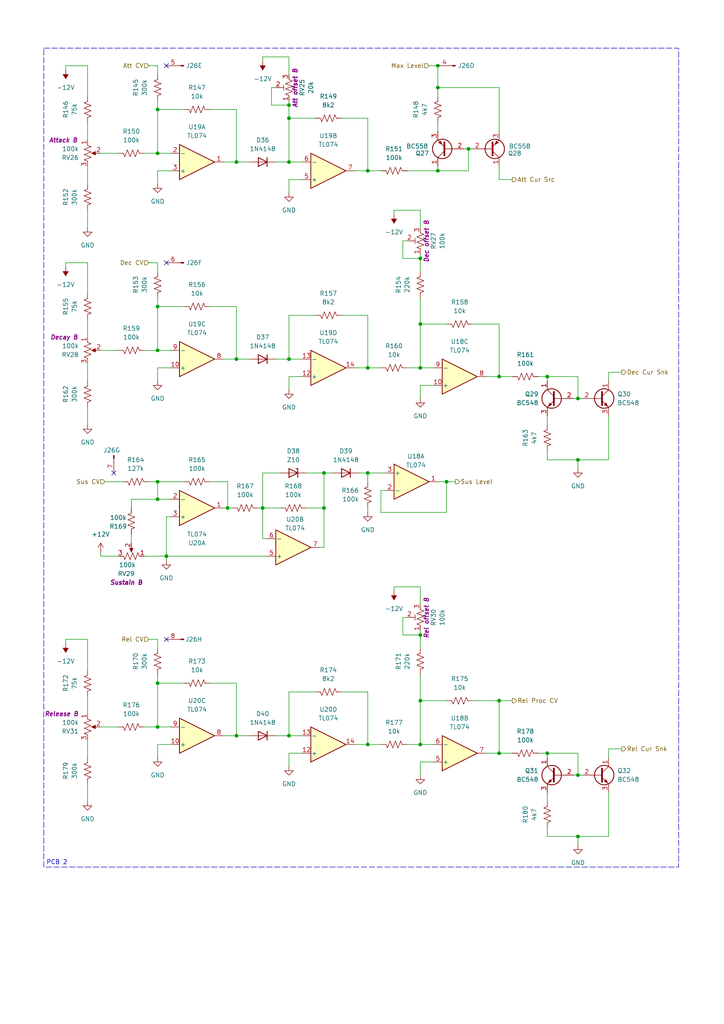
<source format=kicad_sch>
(kicad_sch (version 20250114) (generator "eeschema") (generator_version "9.0")
  (paper "A4" portrait)
  (title_block (comment 1 "PCB for 15cm Kosmo format synthesizer module"))
  (lib_symbols
    (symbol "Amplifier_Operational:TL074" (pin_names (offset 0.127))
      (property "Reference" "U" (at 0 5.08 0))
      (property "Value" "TL074" (at 0 -5.08 0))
      (symbol "TL074_1_1"
        (pin input line (at -7.62 2.54 0) (length 2.54) (name "+") (number "3"))
        (pin input line (at -7.62 -2.54 0) (length 2.54) (name "-") (number "2"))
        (pin output line (at 7.62 0 180) (length 2.54) (name "~") (number "1"))
      )
      (symbol "TL074_2_1"
        (pin input line (at -7.62 2.54 0) (length 2.54) (name "+") (number "5"))
        (pin input line (at -7.62 -2.54 0) (length 2.54) (name "-") (number "6"))
        (pin output line (at 7.62 0 180) (length 2.54) (name "~") (number "7"))
      )
      (symbol "TL074_3_1"
        (pin input line (at -7.62 2.54 0) (length 2.54) (name "+") (number "10"))
        (pin input line (at -7.62 -2.54 0) (length 2.54) (name "-") (number "9"))
        (pin output line (at 7.62 0 180) (length 2.54) (name "~") (number "8"))
      )
      (symbol "TL074_4_1"
        (pin input line (at -7.62 2.54 0) (length 2.54) (name "+") (number "12"))
        (pin input line (at -7.62 -2.54 0) (length 2.54) (name "-") (number "13"))
        (pin output line (at 7.62 0 180) (length 2.54) (name "~") (number "14"))
      )
      (symbol "TL074_5_1"
        (pin power_in line (at -2.54 7.62 270) (length 3.81) (name "V+") (number "4"))
        (pin power_in line (at -2.54 -7.62 90) (length 3.81) (name "V-") (number "11"))
      )
    )
    (symbol "Device:R_Potentiometer_Trim_US" (pin_names (offset 1.016) (hide yes))
      (property "Reference" "RV" (at -4.445 0 90))
      (property "Value" "R_Potentiometer_Trim_US" (at -2.54 0 90))
      (symbol "R_Potentiometer_Trim_US_1_1"
        (pin passive line (at 0 3.81 270) (length 1.27) (name "1") (number "1"))
        (pin passive line (at 0 -3.81 90) (length 1.27) (name "3") (number "3"))
        (pin passive line (at 3.81 0 180) (length 1.27) (name "2") (number "2"))
      )
    )
    (symbol "Device:R_Potentiometer_US" (pin_names (offset 1.016) (hide yes))
      (property "Reference" "RV" (at -4.445 0 90))
      (property "Value" "R_Potentiometer_US" (at -2.54 0 90))
      (symbol "R_Potentiometer_US_1_1"
        (pin passive line (at 0 3.81 270) (length 1.27) (name "1") (number "1"))
        (pin passive line (at 0 -3.81 90) (length 1.27) (name "3") (number "3"))
        (pin passive line (at 3.81 0 180) (length 1.27) (name "2") (number "2"))
      )
    )
    (symbol "Device:R_US" (pin_numbers (hide yes)) (pin_names (offset 0))
      (property "Reference" "R" (at 2.54 0 90))
      (property "Value" "R_US" (at -2.54 0 90))
      (symbol "R_US_1_1"
        (pin passive line (at 0 3.81 270) (length 1.27) (name "~") (number "1"))
        (pin passive line (at 0 -3.81 90) (length 1.27) (name "~") (number "2"))
      )
    )
    (symbol "Diode:1N4148" (pin_numbers (hide yes)) (pin_names (hide yes))
      (property "Reference" "D" (at 0 2.54 0))
      (property "Value" "1N4148" (at 0 -2.54 0))
      (symbol "1N4148_1_1"
        (pin passive line (at -3.81 0 0) (length 2.54) (name "K") (number "1"))
        (pin passive line (at 3.81 0 180) (length 2.54) (name "A") (number "2"))
      )
    )
    (symbol "Diode:ZPDxx" (pin_numbers (hide yes)) (pin_names (hide yes))
      (property "Reference" "D" (at 0 2.54 0))
      (property "Value" "ZPDxx" (at 0 -2.54 0))
      (symbol "ZPDxx_1_1"
        (pin passive line (at -3.81 0 0) (length 2.54) (name "K") (number "1"))
        (pin passive line (at 3.81 0 180) (length 2.54) (name "A") (number "2"))
      )
    )
    (symbol "SynthStuff:Conn_01x10_PinHeader" (pin_names (offset 1.016) (hide yes))
      (property "Reference" "J" (at 0 2.54 0))
      (symbol "Conn_01x10_PinHeader_1_1"
        (pin passive line (at 5.08 0 180) (length 3.81) (name "Pin_1") (number "1"))
      )
      (symbol "Conn_01x10_PinHeader_2_1"
        (pin passive line (at 5.08 0 180) (length 3.81) (name "Pin_2") (number "2"))
      )
      (symbol "Conn_01x10_PinHeader_3_1"
        (pin passive line (at 5.08 0 180) (length 3.81) (name "Pin_3") (number "3"))
      )
      (symbol "Conn_01x10_PinHeader_4_1"
        (pin passive line (at 5.08 0 180) (length 3.81) (name "Pin_4") (number "4"))
      )
      (symbol "Conn_01x10_PinHeader_5_1"
        (pin passive line (at 5.08 0 180) (length 3.81) (name "Pin_5") (number "5"))
      )
      (symbol "Conn_01x10_PinHeader_6_1"
        (pin passive line (at 5.08 0 180) (length 3.81) (name "Pin_6") (number "6"))
      )
      (symbol "Conn_01x10_PinHeader_7_1"
        (pin passive line (at 5.08 0 180) (length 3.81) (name "Pin_7") (number "7"))
      )
      (symbol "Conn_01x10_PinHeader_8_1"
        (pin passive line (at 5.08 0 180) (length 3.81) (name "Pin_8") (number "8"))
      )
      (symbol "Conn_01x10_PinHeader_9_1"
        (pin passive line (at 5.08 0 180) (length 3.81) (name "Pin_9") (number "9"))
      )
      (symbol "Conn_01x10_PinHeader_10_1"
        (pin passive line (at 5.08 0 180) (length 3.81) (name "Pin_10") (number "10"))
      )
    )
    (symbol "Transistor_BJT:BC548" (pin_names (offset 0) (hide yes))
      (property "Reference" "Q" (at 5.08 1.905 0))
      (property "Value" "BC548" (at 5.08 0 0))
      (symbol "BC548_1_1"
        (pin input line (at -5.08 0 0) (length 2.54) (name "B") (number "2"))
        (pin passive line (at 2.54 5.08 270) (length 2.54) (name "C") (number "1"))
        (pin passive line (at 2.54 -5.08 90) (length 2.54) (name "E") (number "3"))
      )
    )
    (symbol "Transistor_BJT:BC558" (pin_names (offset 0) (hide yes))
      (property "Reference" "Q" (at 5.08 1.905 0))
      (property "Value" "BC558" (at 5.08 0 0))
      (symbol "BC558_1_1"
        (pin input line (at -5.08 0 0) (length 2.54) (name "B") (number "2"))
        (pin passive line (at 2.54 5.08 270) (length 2.54) (name "C") (number "1"))
        (pin passive line (at 2.54 -5.08 90) (length 2.54) (name "E") (number "3"))
      )
    )
    (symbol "power:+12V" (power) (pin_numbers (hide yes)) (pin_names (offset 0) (hide yes))
      (property "Value" "+12V" (at 0 3.556 0))
      (symbol "+12V_1_1"
        (pin power_in line (at 0 0 90) (length 0) (name "~") (number "1"))
      )
    )
    (symbol "power:-12V" (power) (pin_numbers (hide yes)) (pin_names (offset 0) (hide yes))
      (property "Value" "-12V" (at 0 3.556 0))
      (symbol "-12V_0_0"
        (pin power_in line (at 0 0 90) (length 0) (name "~") (number "1"))
      )
    )
    (symbol "power:GND" (power) (pin_numbers (hide yes)) (pin_names (offset 0) (hide yes))
      (property "Value" "GND" (at 0 -3.81 0))
      (symbol "GND_1_1"
        (pin power_in line (at 0 0 270) (length 0) (name "~") (number "1"))
      )
    )
  )
  (rectangle (start 12.7 13.97) (end 196.85 251.46) (stroke (width 0) (type dash)))
  (text "PCB 2" (at 16.51 250.19 0) (effects (font (size 1.27 1.27))))
  (junction (at 167.64 242.57))
  (junction (at 144.78 109.22))
  (junction (at 93.98 137.16))
  (junction (at 127 19.05))
  (junction (at 76.2 147.32))
  (junction (at 68.58 213.36))
  (junction (at 45.72 44.45))
  (junction (at 135.89 43.18))
  (junction (at 68.58 46.99))
  (junction (at 121.92 74.93))
  (junction (at 121.92 215.9))
  (junction (at 83.82 30.48))
  (junction (at 158.75 109.22))
  (junction (at 48.26 161.29))
  (junction (at 45.72 144.78))
  (junction (at 106.68 137.16))
  (junction (at 121.92 93.98))
  (junction (at 93.98 147.32))
  (junction (at 106.68 106.68))
  (junction (at 45.72 101.6))
  (junction (at 121.92 106.68))
  (junction (at 68.58 104.14))
  (junction (at 45.72 210.82))
  (junction (at 45.72 88.9))
  (junction (at 144.78 203.2))
  (junction (at 127 49.53))
  (junction (at 129.54 139.7))
  (junction (at 167.64 224.79))
  (junction (at 106.68 215.9))
  (junction (at 83.82 46.99))
  (junction (at 158.75 218.44))
  (junction (at 45.72 198.12))
  (junction (at 121.92 184.15))
  (junction (at 144.78 218.44))
  (junction (at 83.82 34.29))
  (junction (at 66.04 147.32))
  (junction (at 121.92 203.2))
  (junction (at 106.68 49.53))
  (junction (at 127 25.4))
  (junction (at 45.72 139.7))
  (junction (at 45.72 31.75))
  (junction (at 167.64 133.35))
  (junction (at 167.64 115.57))
  (junction (at 83.82 104.14))
  (junction (at 83.82 213.36))
  (no_connect (at 48.26 185.42))
  (no_connect (at 48.26 76.2))
  (no_connect (at 33.02 137.16))
  (no_connect (at 48.26 19.05))
  (wire (pts (xy 25.4 92.71) (xy 25.4 97.79)))
  (wire (pts (xy 45.72 185.42) (xy 45.72 187.96)))
  (wire (pts (xy 64.77 104.14) (xy 68.58 104.14)))
  (wire (pts (xy 29.21 44.45) (xy 34.29 44.45)))
  (wire (pts (xy 121.92 106.68) (xy 125.73 106.68)))
  (wire (pts (xy 111.76 137.16) (xy 106.68 137.16)))
  (wire (pts (xy 176.53 107.95) (xy 176.53 110.49)))
  (wire (pts (xy 158.75 229.87) (xy 158.75 232.41)))
  (wire (pts (xy 49.53 149.86) (xy 48.26 149.86)))
  (wire (pts (xy 45.72 210.82) (xy 49.53 210.82)))
  (wire (pts (xy 158.75 218.44) (xy 167.64 218.44)))
  (wire (pts (xy 30.48 139.7) (xy 35.56 139.7)))
  (wire (pts (xy 25.4 118.11) (xy 25.4 123.19)))
  (wire (pts (xy 121.92 203.2) (xy 121.92 215.9)))
  (wire (pts (xy 106.68 49.53) (xy 110.49 49.53)))
  (wire (pts (xy 41.91 101.6) (xy 45.72 101.6)))
  (wire (pts (xy 129.54 139.7) (xy 127 139.7)))
  (wire (pts (xy 93.98 137.16) (xy 93.98 147.32)))
  (wire (pts (xy 121.92 170.18) (xy 121.92 175.26)))
  (wire (pts (xy 158.75 130.81) (xy 158.75 133.35)))
  (wire (pts (xy 41.91 210.82) (xy 45.72 210.82)))
  (wire (pts (xy 25.4 35.56) (xy 25.4 40.64)))
  (wire (pts (xy 38.1 154.94) (xy 38.1 157.48)))
  (wire (pts (xy 106.68 49.53) (xy 102.87 49.53)))
  (wire (pts (xy 80.01 213.36) (xy 83.82 213.36)))
  (wire (pts (xy 38.1 144.78) (xy 45.72 144.78)))
  (wire (pts (xy 166.37 115.57) (xy 167.64 115.57)))
  (wire (pts (xy 88.9 137.16) (xy 93.98 137.16)))
  (wire (pts (xy 114.3 62.23) (xy 114.3 60.96)))
  (wire (pts (xy 76.2 156.21) (xy 76.2 147.32)))
  (wire (pts (xy 76.2 137.16) (xy 76.2 147.32)))
  (wire (pts (xy 25.4 185.42) (xy 25.4 194.31)))
  (wire (pts (xy 68.58 88.9) (xy 68.58 104.14)))
  (wire (pts (xy 148.59 203.2) (xy 144.78 203.2)))
  (wire (pts (xy 19.05 19.05) (xy 25.4 19.05)))
  (wire (pts (xy 144.78 52.07) (xy 144.78 48.26)))
  (wire (pts (xy 167.64 115.57) (xy 168.91 115.57)))
  (wire (pts (xy 68.58 104.14) (xy 72.39 104.14)))
  (wire (pts (xy 99.06 200.66) (xy 106.68 200.66)))
  (wire (pts (xy 167.64 218.44) (xy 167.64 224.79)))
  (wire (pts (xy 158.75 242.57) (xy 167.64 242.57)))
  (wire (pts (xy 114.3 170.18) (xy 121.92 170.18)))
  (wire (pts (xy 166.37 224.79) (xy 167.64 224.79)))
  (wire (pts (xy 83.82 213.36) (xy 87.63 213.36)))
  (wire (pts (xy 45.72 86.36) (xy 45.72 88.9)))
  (wire (pts (xy 158.75 133.35) (xy 167.64 133.35)))
  (wire (pts (xy 45.72 76.2) (xy 45.72 78.74)))
  (wire (pts (xy 158.75 218.44) (xy 158.75 219.71)))
  (wire (pts (xy 144.78 218.44) (xy 148.59 218.44)))
  (wire (pts (xy 25.4 48.26) (xy 25.4 53.34)))
  (wire (pts (xy 25.4 19.05) (xy 25.4 27.94)))
  (wire (pts (xy 125.73 220.98) (xy 121.92 220.98)))
  (wire (pts (xy 158.75 109.22) (xy 158.75 110.49)))
  (wire (pts (xy 60.96 139.7) (xy 66.04 139.7)))
  (wire (pts (xy 83.82 34.29) (xy 91.44 34.29)))
  (wire (pts (xy 137.16 93.98) (xy 144.78 93.98)))
  (wire (pts (xy 25.4 105.41) (xy 25.4 110.49)))
  (wire (pts (xy 83.82 34.29) (xy 83.82 46.99)))
  (wire (pts (xy 121.92 74.93) (xy 121.92 78.74)))
  (wire (pts (xy 121.92 220.98) (xy 121.92 224.79)))
  (wire (pts (xy 102.87 215.9) (xy 106.68 215.9)))
  (wire (pts (xy 167.64 133.35) (xy 167.64 135.89)))
  (wire (pts (xy 176.53 120.65) (xy 176.53 133.35)))
  (wire (pts (xy 106.68 106.68) (xy 110.49 106.68)))
  (wire (pts (xy 110.49 142.24) (xy 110.49 148.59)))
  (wire (pts (xy 111.76 142.24) (xy 110.49 142.24)))
  (wire (pts (xy 118.11 69.85) (xy 116.84 69.85)))
  (wire (pts (xy 19.05 77.47) (xy 19.05 76.2)))
  (wire (pts (xy 76.2 147.32) (xy 74.93 147.32)))
  (wire (pts (xy 25.4 227.33) (xy 25.4 232.41)))
  (wire (pts (xy 135.89 43.18) (xy 137.16 43.18)))
  (wire (pts (xy 80.01 104.14) (xy 83.82 104.14)))
  (wire (pts (xy 106.68 137.16) (xy 106.68 139.7)))
  (wire (pts (xy 180.34 107.95) (xy 176.53 107.95)))
  (wire (pts (xy 49.53 49.53) (xy 45.72 49.53)))
  (wire (pts (xy 83.82 52.07) (xy 83.82 55.88)))
  (wire (pts (xy 43.18 76.2) (xy 45.72 76.2)))
  (wire (pts (xy 106.68 147.32) (xy 106.68 148.59)))
  (wire (pts (xy 106.68 91.44) (xy 106.68 106.68)))
  (wire (pts (xy 60.96 31.75) (xy 68.58 31.75)))
  (wire (pts (xy 124.46 19.05) (xy 127 19.05)))
  (wire (pts (xy 48.26 149.86) (xy 48.26 161.29)))
  (wire (pts (xy 45.72 44.45) (xy 49.53 44.45)))
  (wire (pts (xy 93.98 158.75) (xy 92.71 158.75)))
  (wire (pts (xy 118.11 215.9) (xy 121.92 215.9)))
  (wire (pts (xy 45.72 139.7) (xy 43.18 139.7)))
  (wire (pts (xy 48.26 161.29) (xy 48.26 162.56)))
  (wire (pts (xy 49.53 106.68) (xy 45.72 106.68)))
  (wire (pts (xy 116.84 74.93) (xy 121.92 74.93)))
  (wire (pts (xy 134.62 43.18) (xy 135.89 43.18)))
  (wire (pts (xy 80.01 46.99) (xy 83.82 46.99)))
  (wire (pts (xy 118.11 106.68) (xy 121.92 106.68)))
  (wire (pts (xy 25.4 214.63) (xy 25.4 219.71)))
  (wire (pts (xy 68.58 213.36) (xy 72.39 213.36)))
  (wire (pts (xy 137.16 203.2) (xy 144.78 203.2)))
  (wire (pts (xy 19.05 76.2) (xy 25.4 76.2)))
  (wire (pts (xy 106.68 215.9) (xy 110.49 215.9)))
  (wire (pts (xy 29.21 161.29) (xy 29.21 160.02)))
  (wire (pts (xy 66.04 147.32) (xy 64.77 147.32)))
  (wire (pts (xy 19.05 185.42) (xy 25.4 185.42)))
  (wire (pts (xy 77.47 161.29) (xy 48.26 161.29)))
  (wire (pts (xy 45.72 215.9) (xy 45.72 219.71)))
  (wire (pts (xy 144.78 203.2) (xy 144.78 218.44)))
  (wire (pts (xy 144.78 218.44) (xy 140.97 218.44)))
  (wire (pts (xy 129.54 148.59) (xy 129.54 139.7)))
  (wire (pts (xy 45.72 101.6) (xy 49.53 101.6)))
  (wire (pts (xy 127 49.53) (xy 135.89 49.53)))
  (wire (pts (xy 81.28 137.16) (xy 76.2 137.16)))
  (wire (pts (xy 25.4 76.2) (xy 25.4 85.09)))
  (wire (pts (xy 127 25.4) (xy 127 27.94)))
  (wire (pts (xy 99.06 34.29) (xy 106.68 34.29)))
  (wire (pts (xy 106.68 137.16) (xy 104.14 137.16)))
  (wire (pts (xy 132.08 139.7) (xy 129.54 139.7)))
  (wire (pts (xy 121.92 195.58) (xy 121.92 203.2)))
  (wire (pts (xy 66.04 139.7) (xy 66.04 147.32)))
  (wire (pts (xy 156.21 109.22) (xy 158.75 109.22)))
  (wire (pts (xy 121.92 111.76) (xy 121.92 115.57)))
  (wire (pts (xy 64.77 213.36) (xy 68.58 213.36)))
  (wire (pts (xy 68.58 46.99) (xy 72.39 46.99)))
  (wire (pts (xy 127 35.56) (xy 127 38.1)))
  (wire (pts (xy 114.3 60.96) (xy 121.92 60.96)))
  (wire (pts (xy 45.72 88.9) (xy 45.72 101.6)))
  (wire (pts (xy 45.72 198.12) (xy 45.72 210.82)))
  (wire (pts (xy 81.28 147.32) (xy 76.2 147.32)))
  (wire (pts (xy 129.54 203.2) (xy 121.92 203.2)))
  (wire (pts (xy 158.75 120.65) (xy 158.75 123.19)))
  (wire (pts (xy 68.58 198.12) (xy 68.58 213.36)))
  (wire (pts (xy 80.01 25.4) (xy 78.74 25.4)))
  (wire (pts (xy 34.29 161.29) (xy 29.21 161.29)))
  (wire (pts (xy 41.91 44.45) (xy 45.72 44.45)))
  (wire (pts (xy 83.82 109.22) (xy 83.82 113.03)))
  (wire (pts (xy 116.84 179.07) (xy 116.84 184.15)))
  (wire (pts (xy 158.75 109.22) (xy 167.64 109.22)))
  (wire (pts (xy 118.11 49.53) (xy 127 49.53)))
  (wire (pts (xy 83.82 29.21) (xy 83.82 30.48)))
  (wire (pts (xy 68.58 46.99) (xy 64.77 46.99)))
  (wire (pts (xy 19.05 185.42) (xy 19.05 186.69)))
  (wire (pts (xy 45.72 198.12) (xy 53.34 198.12)))
  (wire (pts (xy 87.63 218.44) (xy 83.82 218.44)))
  (wire (pts (xy 49.53 215.9) (xy 45.72 215.9)))
  (wire (pts (xy 83.82 91.44) (xy 83.82 104.14)))
  (wire (pts (xy 121.92 73.66) (xy 121.92 74.93)))
  (wire (pts (xy 167.64 109.22) (xy 167.64 115.57)))
  (wire (pts (xy 176.53 229.87) (xy 176.53 242.57)))
  (wire (pts (xy 83.82 218.44) (xy 83.82 222.25)))
  (wire (pts (xy 83.82 16.51) (xy 83.82 21.59)))
  (wire (pts (xy 83.82 104.14) (xy 87.63 104.14)))
  (wire (pts (xy 96.52 137.16) (xy 93.98 137.16)))
  (wire (pts (xy 91.44 200.66) (xy 83.82 200.66)))
  (wire (pts (xy 60.96 198.12) (xy 68.58 198.12)))
  (wire (pts (xy 83.82 46.99) (xy 87.63 46.99)))
  (wire (pts (xy 43.18 19.05) (xy 45.72 19.05)))
  (wire (pts (xy 45.72 195.58) (xy 45.72 198.12)))
  (wire (pts (xy 121.92 182.88) (xy 121.92 184.15)))
  (wire (pts (xy 45.72 144.78) (xy 49.53 144.78)))
  (wire (pts (xy 125.73 111.76) (xy 121.92 111.76)))
  (wire (pts (xy 45.72 31.75) (xy 45.72 44.45)))
  (wire (pts (xy 43.18 185.42) (xy 45.72 185.42)))
  (wire (pts (xy 29.21 101.6) (xy 34.29 101.6)))
  (wire (pts (xy 45.72 139.7) (xy 45.72 144.78)))
  (wire (pts (xy 148.59 52.07) (xy 144.78 52.07)))
  (wire (pts (xy 78.74 30.48) (xy 83.82 30.48)))
  (wire (pts (xy 121.92 60.96) (xy 121.92 66.04)))
  (wire (pts (xy 110.49 148.59) (xy 129.54 148.59)))
  (wire (pts (xy 135.89 49.53) (xy 135.89 43.18)))
  (wire (pts (xy 29.21 210.82) (xy 34.29 210.82)))
  (wire (pts (xy 118.11 179.07) (xy 116.84 179.07)))
  (wire (pts (xy 106.68 34.29) (xy 106.68 49.53)))
  (wire (pts (xy 167.64 242.57) (xy 167.64 245.11)))
  (wire (pts (xy 121.92 93.98) (xy 121.92 106.68)))
  (wire (pts (xy 144.78 25.4) (xy 127 25.4)))
  (wire (pts (xy 116.84 69.85) (xy 116.84 74.93)))
  (wire (pts (xy 180.34 217.17) (xy 176.53 217.17)))
  (wire (pts (xy 158.75 240.03) (xy 158.75 242.57)))
  (wire (pts (xy 129.54 93.98) (xy 121.92 93.98)))
  (wire (pts (xy 106.68 200.66) (xy 106.68 215.9)))
  (wire (pts (xy 127 19.05) (xy 127 25.4)))
  (wire (pts (xy 76.2 17.78) (xy 76.2 16.51)))
  (wire (pts (xy 114.3 171.45) (xy 114.3 170.18)))
  (wire (pts (xy 68.58 31.75) (xy 68.58 46.99)))
  (wire (pts (xy 144.78 109.22) (xy 148.59 109.22)))
  (wire (pts (xy 176.53 217.17) (xy 176.53 219.71)))
  (wire (pts (xy 91.44 91.44) (xy 83.82 91.44)))
  (wire (pts (xy 48.26 161.29) (xy 41.91 161.29)))
  (wire (pts (xy 45.72 31.75) (xy 53.34 31.75)))
  (wire (pts (xy 93.98 147.32) (xy 93.98 158.75)))
  (wire (pts (xy 25.4 60.96) (xy 25.4 66.04)))
  (wire (pts (xy 87.63 109.22) (xy 83.82 109.22)))
  (wire (pts (xy 45.72 49.53) (xy 45.72 53.34)))
  (wire (pts (xy 102.87 106.68) (xy 106.68 106.68)))
  (wire (pts (xy 76.2 16.51) (xy 83.82 16.51)))
  (wire (pts (xy 25.4 201.93) (xy 25.4 207.01)))
  (wire (pts (xy 53.34 139.7) (xy 45.72 139.7)))
  (wire (pts (xy 116.84 184.15) (xy 121.92 184.15)))
  (wire (pts (xy 83.82 30.48) (xy 83.82 34.29)))
  (wire (pts (xy 19.05 20.32) (xy 19.05 19.05)))
  (wire (pts (xy 144.78 109.22) (xy 140.97 109.22)))
  (wire (pts (xy 77.47 156.21) (xy 76.2 156.21)))
  (wire (pts (xy 144.78 93.98) (xy 144.78 109.22)))
  (wire (pts (xy 99.06 91.44) (xy 106.68 91.44)))
  (wire (pts (xy 167.64 224.79) (xy 168.91 224.79)))
  (wire (pts (xy 156.21 218.44) (xy 158.75 218.44)))
  (wire (pts (xy 121.92 184.15) (xy 121.92 187.96)))
  (wire (pts (xy 144.78 38.1) (xy 144.78 25.4)))
  (wire (pts (xy 87.63 52.07) (xy 83.82 52.07)))
  (wire (pts (xy 127 49.53) (xy 127 48.26)))
  (wire (pts (xy 45.72 19.05) (xy 45.72 21.59)))
  (wire (pts (xy 88.9 147.32) (xy 93.98 147.32)))
  (wire (pts (xy 67.31 147.32) (xy 66.04 147.32)))
  (wire (pts (xy 83.82 200.66) (xy 83.82 213.36)))
  (wire (pts (xy 60.96 88.9) (xy 68.58 88.9)))
  (wire (pts (xy 45.72 106.68) (xy 45.72 110.49)))
  (wire (pts (xy 45.72 29.21) (xy 45.72 31.75)))
  (wire (pts (xy 121.92 86.36) (xy 121.92 93.98)))
  (wire (pts (xy 121.92 215.9) (xy 125.73 215.9)))
  (wire (pts (xy 38.1 147.32) (xy 38.1 144.78)))
  (wire (pts (xy 78.74 25.4) (xy 78.74 30.48)))
  (wire (pts (xy 176.53 133.35) (xy 167.64 133.35)))
  (wire (pts (xy 45.72 88.9) (xy 53.34 88.9)))
  (wire (pts (xy 176.53 242.57) (xy 167.64 242.57)))
  (hierarchical_label "Max Level" (shape input) (at 124.46 19.05 180))
  (hierarchical_label "Att CV" (shape input) (at 43.18 19.05 180))
  (hierarchical_label "Sus Level" (shape output) (at 132.08 139.7 0))
  (hierarchical_label "Rel CV" (shape input) (at 43.18 185.42 180))
  (hierarchical_label "Sus CV" (shape input) (at 30.48 139.7 180))
  (hierarchical_label "Dec Cur Snk" (shape output) (at 180.34 107.95 0))
  (hierarchical_label "Dec CV" (shape input) (at 43.18 76.2 180))
  (hierarchical_label "Rel Cur Snk" (shape output) (at 180.34 217.17 0))
  (hierarchical_label "Att Cur Src" (shape output) (at 148.59 52.07 0))
  (hierarchical_label "Rel Proc CV" (shape output) (at 148.59 203.2 0))
  (symbol (lib_id "Device:R_US") (at 95.25 91.44 90) (mirror x) (unit 1) (on_board no)
    (property "Reference" "R157" (at 95.25 85.09 90))
    (property "Value" "8k2" (at 95.25 87.63 90))
    (property "Footprint" "Resistor_THT:R_Axial_DIN0207_L6.3mm_D2.5mm_P7.62mm_Horizontal" (effects (hide yes)))
    (property "Description" "Resistor, US symbol" (effects (hide yes)))
  )
  (symbol (lib_id "power:GND") (at 25.4 232.41 0) (unit 1) (on_board no)
    (property "Reference" "#PWR0153" (effects (hide yes)))
    (property "Value" "GND" (at 25.4 237.49 0))
    (property "Description" "Power symbol creates a global label with name \"GND\" , ground" (effects (hide yes)))
  )
  (symbol (lib_id "power:-12V") (at 114.3 171.45 180) (unit 1) (on_board no)
    (property "Reference" "#PWR0148" (effects (hide yes)))
    (property "Value" "-12V" (at 114.3 176.53 0))
    (property "Description" "Power symbol creates a global label with name \"-12V\"" (effects (hide yes)))
  )
  (symbol (lib_id "Device:R_US") (at 38.1 44.45 90) (mirror x) (unit 1) (on_board no)
    (property "Reference" "R150" (at 38.1 38.1 90))
    (property "Value" "100k" (at 38.1 40.64 90))
    (property "Footprint" "Resistor_THT:R_Axial_DIN0207_L6.3mm_D2.5mm_P7.62mm_Horizontal" (effects (hide yes)))
    (property "Description" "Resistor, US symbol" (effects (hide yes)))
  )
  (symbol (lib_id "Device:R_US") (at 45.72 191.77 0) (mirror x) (unit 1) (on_board no)
    (property "Reference" "R170" (at 39.37 191.77 90))
    (property "Value" "300k" (at 41.91 191.77 90))
    (property "Footprint" "Resistor_THT:R_Axial_DIN0207_L6.3mm_D2.5mm_P7.62mm_Horizontal" (effects (hide yes)))
    (property "Description" "Resistor, US symbol" (effects (hide yes)))
  )
  (symbol (lib_id "Device:R_US") (at 25.4 223.52 0) (mirror x) (unit 1) (on_board no)
    (property "Reference" "R179" (at 19.05 223.52 90))
    (property "Value" "300k" (at 21.59 223.52 90))
    (property "Footprint" "Resistor_THT:R_Axial_DIN0207_L6.3mm_D2.5mm_P7.62mm_Horizontal" (effects (hide yes)))
    (property "Description" "Resistor, US symbol" (effects (hide yes)))
  )
  (symbol (lib_id "power:GND") (at 167.64 245.11 0) (unit 1) (on_board no)
    (property "Reference" "#PWR0154" (effects (hide yes)))
    (property "Value" "GND" (at 167.64 250.19 0))
    (property "Description" "Power symbol creates a global label with name \"GND\" , ground" (effects (hide yes)))
  )
  (symbol (lib_id "power:-12V") (at 19.05 77.47 180) (unit 1) (on_board no)
    (property "Reference" "#PWR0139" (effects (hide yes)))
    (property "Value" "-12V" (at 19.05 82.55 0))
    (property "Description" "Power symbol creates a global label with name \"-12V\"" (effects (hide yes)))
  )
  (symbol (lib_id "Device:R_Potentiometer_Trim_US") (at 121.92 69.85 180) (unit 1) (on_board no)
    (property "Reference" "RV27" (at 125.73 69.85 90))
    (property "Value" "100k" (at 128.27 69.85 90))
    (property "Footprint" "Potentiometer_THT:Potentiometer_Bourns_3296X_Horizontal" (effects (hide yes)))
    (property "Description" "Trim-potentiometer, US symbol" (effects (hide yes)))
    (property "Function" "Dec offset B" (at 123.698 69.85 90) (effects (font (thickness 0.254) (bold yes) (italic yes))))
  )
  (symbol (lib_id "Device:R_US") (at 71.12 147.32 90) (mirror x) (unit 1) (on_board no)
    (property "Reference" "R167" (at 71.12 140.97 90))
    (property "Value" "100k" (at 71.12 143.51 90))
    (property "Footprint" "Resistor_THT:R_Axial_DIN0207_L6.3mm_D2.5mm_P7.62mm_Horizontal" (effects (hide yes)))
    (property "Description" "Resistor, US symbol" (effects (hide yes)))
  )
  (symbol (lib_id "Transistor_BJT:BC558") (at 129.54 43.18 180) (unit 1) (on_board no)
    (property "Reference" "Q27" (at 124.46 44.4501 0) (effects (justify left)))
    (property "Value" "BC558" (at 124.206 42.418 0) (effects (justify left)))
    (property "Footprint" "Package_TO_SOT_THT:TO-92L_Inline_Wide" (effects (hide yes)))
    (property "Datasheet" "https://www.onsemi.com/pub/Collateral/BC556BTA-D.pdf" (effects (hide yes)))
    (property "Description" "0.1A Ic, 30V Vce, PNP Small Signal Transistor, TO-92" (effects (hide yes)))
  )
  (symbol (lib_id "Device:R_US") (at 127 31.75 0) (mirror x) (unit 1) (on_board no)
    (property "Reference" "R148" (at 120.65 31.75 90))
    (property "Value" "4k7" (at 123.19 31.75 90))
    (property "Footprint" "Resistor_THT:R_Axial_DIN0207_L6.3mm_D2.5mm_P7.62mm_Horizontal" (effects (hide yes)))
    (property "Description" "Resistor, US symbol" (effects (hide yes)))
  )
  (symbol (lib_id "Device:R_US") (at 57.15 31.75 90) (mirror x) (unit 1) (on_board no)
    (property "Reference" "R147" (at 57.15 25.4 90))
    (property "Value" "10k" (at 57.15 27.94 90))
    (property "Footprint" "Resistor_THT:R_Axial_DIN0207_L6.3mm_D2.5mm_P7.62mm_Horizontal" (effects (hide yes)))
    (property "Description" "Resistor, US symbol" (effects (hide yes)))
  )
  (symbol (lib_id "power:GND") (at 83.82 55.88 0) (unit 1) (on_board no)
    (property "Reference" "#PWR0136" (effects (hide yes)))
    (property "Value" "GND" (at 83.82 60.96 0))
    (property "Description" "Power symbol creates a global label with name \"GND\" , ground" (effects (hide yes)))
  )
  (symbol (lib_id "Device:R_US") (at 114.3 49.53 90) (mirror x) (unit 1) (on_board no)
    (property "Reference" "R151" (at 114.3 43.18 90))
    (property "Value" "100k" (at 114.3 45.72 90))
    (property "Footprint" "Resistor_THT:R_Axial_DIN0207_L6.3mm_D2.5mm_P7.62mm_Horizontal" (effects (hide yes)))
    (property "Description" "Resistor, US symbol" (effects (hide yes)))
  )
  (symbol (lib_id "Device:R_US") (at 45.72 82.55 0) (mirror x) (unit 1) (on_board no)
    (property "Reference" "R153" (at 39.37 82.55 90))
    (property "Value" "300k" (at 41.91 82.55 90))
    (property "Footprint" "Resistor_THT:R_Axial_DIN0207_L6.3mm_D2.5mm_P7.62mm_Horizontal" (effects (hide yes)))
    (property "Description" "Resistor, US symbol" (effects (hide yes)))
  )
  (symbol (lib_id "Amplifier_Operational:TL074") (at 119.38 139.7 0) (unit 1) (on_board no)
    (property "Reference" "U18" (at 120.65 132.334 0))
    (property "Value" "TL074" (at 120.65 134.874 0))
    (property "Footprint" "Package_DIP:DIP-14_W7.62mm_Socket" (effects (hide yes)))
    (property "Datasheet" "http://www.ti.com/lit/ds/symlink/tl071.pdf" (effects (hide yes)))
    (property "Description" "Quad Low-Noise JFET-Input Operational Amplifiers, DIP-14/SOIC-14" (effects (hide yes)))
  )
  (symbol (lib_id "power:GND") (at 167.64 135.89 0) (unit 1) (on_board no)
    (property "Reference" "#PWR0144" (effects (hide yes)))
    (property "Value" "GND" (at 167.64 140.97 0))
    (property "Description" "Power symbol creates a global label with name \"GND\" , ground" (effects (hide yes)))
  )
  (symbol (lib_id "SynthStuff:Conn_01x10_PinHeader") (at 33.02 132.08 270) (unit 7)
    (property "Reference" "J26" (at 29.972 130.556 90) (effects (justify left)))
    (property "Value" "Conn_01x10_PinHeader" (effects (hide yes)))
    (property "Footprint" "Connector_PinHeader_2.54mm:PinHeader_1x10_P2.54mm_Vertical" (effects (hide yes)))
    (property "Description" "Generic connector, single row, 01x10" (effects (hide yes)))
  )
  (symbol (lib_id "Device:R_US") (at 45.72 25.4 0) (mirror x) (unit 1) (on_board no)
    (property "Reference" "R145" (at 39.37 25.4 90))
    (property "Value" "300k" (at 41.91 25.4 90))
    (property "Footprint" "Resistor_THT:R_Axial_DIN0207_L6.3mm_D2.5mm_P7.62mm_Horizontal" (effects (hide yes)))
    (property "Description" "Resistor, US symbol" (effects (hide yes)))
  )
  (symbol (lib_id "Amplifier_Operational:TL074") (at 133.35 218.44 0) (mirror x) (unit 2) (on_board no)
    (property "Reference" "U18" (at 133.35 208.28 0))
    (property "Value" "TL074" (at 133.35 210.82 0))
    (property "Footprint" "Package_DIP:DIP-14_W7.62mm_Socket" (effects (hide yes)))
    (property "Datasheet" "http://www.ti.com/lit/ds/symlink/tl071.pdf" (effects (hide yes)))
    (property "Description" "Quad Low-Noise JFET-Input Operational Amplifiers, DIP-14/SOIC-14" (effects (hide yes)))
  )
  (symbol (lib_id "Transistor_BJT:BC548") (at 173.99 115.57 0) (unit 1) (on_board no)
    (property "Reference" "Q30" (at 179.07 114.2999 0) (effects (justify left)))
    (property "Value" "BC548" (at 179.07 116.8399 0) (effects (justify left)))
    (property "Footprint" "Package_TO_SOT_THT:TO-92L_Inline_Wide" (effects (hide yes)))
    (property "Datasheet" "https://www.onsemi.com/pub/Collateral/BC550-D.pdf" (effects (hide yes)))
    (property "Description" "0.1A Ic, 30V Vce, Small Signal NPN Transistor, TO-92" (effects (hide yes)))
  )
  (symbol (lib_id "Transistor_BJT:BC548") (at 173.99 224.79 0) (unit 1) (on_board no)
    (property "Reference" "Q32" (at 179.07 223.5199 0) (effects (justify left)))
    (property "Value" "BC548" (at 179.07 226.0599 0) (effects (justify left)))
    (property "Footprint" "Package_TO_SOT_THT:TO-92L_Inline_Wide" (effects (hide yes)))
    (property "Datasheet" "https://www.onsemi.com/pub/Collateral/BC550-D.pdf" (effects (hide yes)))
    (property "Description" "0.1A Ic, 30V Vce, Small Signal NPN Transistor, TO-92" (effects (hide yes)))
  )
  (symbol (lib_id "SynthStuff:Conn_01x10_PinHeader") (at 53.34 185.42 180) (unit 8)
    (property "Reference" "J26" (at 58.674 185.42 0) (effects (justify left)))
    (property "Value" "Conn_01x10_PinHeader" (effects (hide yes)))
    (property "Footprint" "Connector_PinHeader_2.54mm:PinHeader_1x10_P2.54mm_Vertical" (effects (hide yes)))
    (property "Description" "Generic connector, single row, 01x10" (effects (hide yes)))
  )
  (symbol (lib_id "Device:R_Potentiometer_Trim_US") (at 83.82 25.4 180) (unit 1) (on_board no)
    (property "Reference" "RV25" (at 87.63 25.4 90))
    (property "Value" "20k" (at 90.17 25.4 90))
    (property "Footprint" "Potentiometer_THT:Potentiometer_Bourns_3296X_Horizontal" (effects (hide yes)))
    (property "Description" "Trim-potentiometer, US symbol" (effects (hide yes)))
    (property "Function" "Att offset B" (at 85.598 25.4 90) (effects (font (thickness 0.254) (bold yes) (italic yes))))
  )
  (symbol (lib_id "Device:R_US") (at 85.09 147.32 90) (mirror x) (unit 1) (on_board no)
    (property "Reference" "R168" (at 85.09 140.97 90))
    (property "Value" "100k" (at 85.09 143.51 90))
    (property "Footprint" "Resistor_THT:R_Axial_DIN0207_L6.3mm_D2.5mm_P7.62mm_Horizontal" (effects (hide yes)))
    (property "Description" "Resistor, US symbol" (effects (hide yes)))
  )
  (symbol (lib_id "Device:R_US") (at 38.1 101.6 90) (mirror x) (unit 1) (on_board no)
    (property "Reference" "R159" (at 38.1 95.25 90))
    (property "Value" "100k" (at 38.1 97.79 90))
    (property "Footprint" "Resistor_THT:R_Axial_DIN0207_L6.3mm_D2.5mm_P7.62mm_Horizontal" (effects (hide yes)))
    (property "Description" "Resistor, US symbol" (effects (hide yes)))
  )
  (symbol (lib_id "Device:R_US") (at 57.15 198.12 90) (mirror x) (unit 1) (on_board no)
    (property "Reference" "R173" (at 57.15 191.77 90))
    (property "Value" "10k" (at 57.15 194.31 90))
    (property "Footprint" "Resistor_THT:R_Axial_DIN0207_L6.3mm_D2.5mm_P7.62mm_Horizontal" (effects (hide yes)))
    (property "Description" "Resistor, US symbol" (effects (hide yes)))
  )
  (symbol (lib_id "Diode:ZPDxx") (at 85.09 137.16 0) (mirror y) (unit 1) (on_board no)
    (property "Reference" "D38" (at 85.09 130.81 0))
    (property "Value" "Z10" (at 85.09 133.35 0))
    (property "Footprint" "Diode_THT:D_DO-35_SOD27_P7.62mm_Horizontal" (effects (hide yes)))
    (property "Datasheet" "http://diotec.com/tl_files/diotec/files/pdf/datasheets/zpd1" (effects (hide yes)))
    (property "Description" "500mW Zener Diode, DO-35" (effects (hide yes)))
  )
  (symbol (lib_id "Device:R_US") (at 152.4 109.22 90) (mirror x) (unit 1) (on_board no)
    (property "Reference" "R161" (at 152.4 102.87 90))
    (property "Value" "100k" (at 152.4 105.41 90))
    (property "Footprint" "Resistor_THT:R_Axial_DIN0207_L6.3mm_D2.5mm_P7.62mm_Horizontal" (effects (hide yes)))
    (property "Description" "Resistor, US symbol" (effects (hide yes)))
  )
  (symbol (lib_id "Transistor_BJT:BC558") (at 142.24 43.18 0) (mirror x) (unit 1) (on_board no)
    (property "Reference" "Q28" (at 147.32 44.4501 0) (effects (justify left)))
    (property "Value" "BC558" (at 147.574 42.418 0) (effects (justify left)))
    (property "Footprint" "Package_TO_SOT_THT:TO-92L_Inline_Wide" (effects (hide yes)))
    (property "Datasheet" "https://www.onsemi.com/pub/Collateral/BC556BTA-D.pdf" (effects (hide yes)))
    (property "Description" "0.1A Ic, 30V Vce, PNP Small Signal Transistor, TO-92" (effects (hide yes)))
  )
  (symbol (lib_id "Amplifier_Operational:TL074") (at 95.25 49.53 0) (mirror x) (unit 2) (on_board no)
    (property "Reference" "U19" (at 95.25 39.37 0))
    (property "Value" "TL074" (at 95.25 41.91 0))
    (property "Footprint" "Package_DIP:DIP-14_W7.62mm_Socket" (effects (hide yes)))
    (property "Datasheet" "http://www.ti.com/lit/ds/symlink/tl071.pdf" (effects (hide yes)))
    (property "Description" "Quad Low-Noise JFET-Input Operational Amplifiers, DIP-14/SOIC-14" (effects (hide yes)))
  )
  (symbol (lib_id "Amplifier_Operational:TL074") (at 57.15 213.36 0) (mirror x) (unit 3) (on_board no)
    (property "Reference" "U20" (at 57.15 203.2 0))
    (property "Value" "TL074" (at 57.15 205.74 0))
    (property "Footprint" "Package_DIP:DIP-14_W7.62mm_Socket" (effects (hide yes)))
    (property "Datasheet" "http://www.ti.com/lit/ds/symlink/tl071.pdf" (effects (hide yes)))
    (property "Description" "Quad Low-Noise JFET-Input Operational Amplifiers, DIP-14/SOIC-14" (effects (hide yes)))
  )
  (symbol (lib_id "Transistor_BJT:BC548") (at 161.29 224.79 0) (mirror y) (unit 1) (on_board no)
    (property "Reference" "Q31" (at 156.21 223.5199 0) (effects (justify left)))
    (property "Value" "BC548" (at 156.21 226.0599 0) (effects (justify left)))
    (property "Footprint" "Package_TO_SOT_THT:TO-92L_Inline_Wide" (effects (hide yes)))
    (property "Datasheet" "https://www.onsemi.com/pub/Collateral/BC550-D.pdf" (effects (hide yes)))
    (property "Description" "0.1A Ic, 30V Vce, Small Signal NPN Transistor, TO-92" (effects (hide yes)))
  )
  (symbol (lib_id "Amplifier_Operational:TL074") (at 95.25 215.9 0) (mirror x) (unit 4) (on_board no)
    (property "Reference" "U20" (at 95.25 205.74 0))
    (property "Value" "TL074" (at 95.25 208.28 0))
    (property "Footprint" "Package_DIP:DIP-14_W7.62mm_Socket" (effects (hide yes)))
    (property "Datasheet" "http://www.ti.com/lit/ds/symlink/tl071.pdf" (effects (hide yes)))
    (property "Description" "Quad Low-Noise JFET-Input Operational Amplifiers, DIP-14/SOIC-14" (effects (hide yes)))
  )
  (symbol (lib_id "SynthStuff:Conn_01x10_PinHeader") (at 53.34 19.05 180) (unit 5)
    (property "Reference" "J26" (at 58.674 19.05 0) (effects (justify left)))
    (property "Value" "Conn_01x10_PinHeader" (effects (hide yes)))
    (property "Footprint" "Connector_PinHeader_2.54mm:PinHeader_1x10_P2.54mm_Vertical" (effects (hide yes)))
    (property "Description" "Generic connector, single row, 01x10" (effects (hide yes)))
  )
  (symbol (lib_id "Device:R_Potentiometer_Trim_US") (at 121.92 179.07 180) (unit 1) (on_board no)
    (property "Reference" "RV30" (at 125.73 179.07 90))
    (property "Value" "100k" (at 128.27 179.07 90))
    (property "Footprint" "Potentiometer_THT:Potentiometer_Bourns_3296X_Horizontal" (effects (hide yes)))
    (property "Description" "Trim-potentiometer, US symbol" (effects (hide yes)))
    (property "Function" "Rel offset B" (at 123.698 179.07 90) (effects (font (thickness 0.254) (bold yes) (italic yes))))
  )
  (symbol (lib_id "Diode:1N4148") (at 76.2 104.14 180) (unit 1) (on_board no)
    (property "Reference" "D37" (at 76.2 97.79 0))
    (property "Value" "1N4148" (at 76.2 100.33 0))
    (property "Footprint" "Diode_THT:D_DO-35_SOD27_P7.62mm_Horizontal" (effects (hide yes)))
    (property "Datasheet" "https://assets.nexperia.com/documents/data-sheet/1N4148_1N4448.pdf" (effects (hide yes)))
    (property "Description" "100V 0.15A standard switching diode, DO-35" (effects (hide yes)))
    (property "Sim.Device" "D" (effects (hide yes)))
    (property "Sim.Pins" "1=K 2=A" (effects (hide yes)))
  )
  (symbol (lib_id "Device:R_US") (at 25.4 198.12 0) (mirror x) (unit 1) (on_board no)
    (property "Reference" "R172" (at 19.05 198.12 90))
    (property "Value" "75k" (at 21.59 198.12 90))
    (property "Footprint" "Resistor_THT:R_Axial_DIN0207_L6.3mm_D2.5mm_P7.62mm_Horizontal" (effects (hide yes)))
    (property "Description" "Resistor, US symbol" (effects (hide yes)))
  )
  (symbol (lib_id "power:-12V") (at 76.2 17.78 180) (unit 1) (on_board no)
    (property "Reference" "#PWR0133" (effects (hide yes)))
    (property "Value" "-12V" (at 76.2 22.86 0))
    (property "Description" "Power symbol creates a global label with name \"-12V\"" (effects (hide yes)))
  )
  (symbol (lib_id "Device:R_US") (at 38.1 151.13 0) (mirror x) (unit 1) (on_board no)
    (property "Reference" "R169" (at 34.29 152.654 0))
    (property "Value" "100k" (at 34.29 150.114 0))
    (property "Footprint" "Resistor_THT:R_Axial_DIN0207_L6.3mm_D2.5mm_P7.62mm_Horizontal" (effects (hide yes)))
    (property "Description" "Resistor, US symbol" (effects (hide yes)))
  )
  (symbol (lib_id "power:+12V") (at 29.21 160.02 0) (mirror y) (unit 1) (on_board no)
    (property "Reference" "#PWR0146" (effects (hide yes)))
    (property "Value" "+12V" (at 29.21 154.94 0))
    (property "Description" "Power symbol creates a global label with name \"+12V\"" (effects (hide yes)))
  )
  (symbol (lib_id "power:GND") (at 25.4 66.04 0) (unit 1) (on_board no)
    (property "Reference" "#PWR0138" (effects (hide yes)))
    (property "Value" "GND" (at 25.4 71.12 0))
    (property "Description" "Power symbol creates a global label with name \"GND\" , ground" (effects (hide yes)))
  )
  (symbol (lib_id "Device:R_US") (at 152.4 218.44 90) (mirror x) (unit 1) (on_board no)
    (property "Reference" "R178" (at 152.4 212.09 90))
    (property "Value" "100k" (at 152.4 214.63 90))
    (property "Footprint" "Resistor_THT:R_Axial_DIN0207_L6.3mm_D2.5mm_P7.62mm_Horizontal" (effects (hide yes)))
    (property "Description" "Resistor, US symbol" (effects (hide yes)))
  )
  (symbol (lib_id "Device:R_US") (at 121.92 82.55 0) (mirror x) (unit 1) (on_board no)
    (property "Reference" "R154" (at 115.57 82.55 90))
    (property "Value" "220k" (at 118.11 82.55 90))
    (property "Footprint" "Resistor_THT:R_Axial_DIN0207_L6.3mm_D2.5mm_P7.62mm_Horizontal" (effects (hide yes)))
    (property "Description" "Resistor, US symbol" (effects (hide yes)))
  )
  (symbol (lib_id "Device:R_US") (at 39.37 139.7 90) (mirror x) (unit 1) (on_board no)
    (property "Reference" "R164" (at 39.37 133.35 90))
    (property "Value" "127k" (at 39.37 135.89 90))
    (property "Footprint" "Resistor_THT:R_Axial_DIN0207_L6.3mm_D2.5mm_P7.62mm_Horizontal" (effects (hide yes)))
    (property "Description" "Resistor, US symbol" (effects (hide yes)))
  )
  (symbol (lib_id "SynthStuff:Conn_01x10_PinHeader") (at 53.34 76.2 180) (unit 6)
    (property "Reference" "J26" (at 58.674 76.2 0) (effects (justify left)))
    (property "Value" "Conn_01x10_PinHeader" (effects (hide yes)))
    (property "Footprint" "Connector_PinHeader_2.54mm:PinHeader_1x10_P2.54mm_Vertical" (effects (hide yes)))
    (property "Description" "Generic connector, single row, 01x10" (effects (hide yes)))
  )
  (symbol (lib_id "Device:R_Potentiometer_US") (at 25.4 44.45 0) (unit 1) (on_board no)
    (property "Reference" "RV26" (at 22.86 45.7201 0) (effects (justify right)))
    (property "Value" "100k" (at 22.86 43.1801 0) (effects (justify right)))
    (property "Footprint" "SynthStuff:Potentiometer_Alpha_RD901F-40-00D_Single_Vertical" (effects (hide yes)))
    (property "Description" "Potentiometer, US symbol" (effects (hide yes)))
    (property "Function" "Attack B" (at 18.288 40.64 0) (effects (font (thickness 0.254) (bold yes) (italic yes))))
  )
  (symbol (lib_id "Amplifier_Operational:TL074") (at 85.09 158.75 0) (mirror x) (unit 2) (on_board no)
    (property "Reference" "U20" (at 85.598 150.622 0))
    (property "Value" "TL074" (at 85.598 153.162 0))
    (property "Footprint" "Package_DIP:DIP-14_W7.62mm_Socket" (effects (hide yes)))
    (property "Datasheet" "http://www.ti.com/lit/ds/symlink/tl071.pdf" (effects (hide yes)))
    (property "Description" "Quad Low-Noise JFET-Input Operational Amplifiers, DIP-14/SOIC-14" (effects (hide yes)))
  )
  (symbol (lib_id "Device:R_US") (at 158.75 236.22 0) (mirror x) (unit 1) (on_board no)
    (property "Reference" "R180" (at 152.4 236.22 90))
    (property "Value" "4k7" (at 154.94 236.22 90))
    (property "Footprint" "Resistor_THT:R_Axial_DIN0207_L6.3mm_D2.5mm_P7.62mm_Horizontal" (effects (hide yes)))
    (property "Description" "Resistor, US symbol" (effects (hide yes)))
  )
  (symbol (lib_id "SynthStuff:Conn_01x10_PinHeader") (at 132.08 19.05 180) (unit 4)
    (property "Reference" "J26" (at 137.668 19.05 0) (effects (justify left)))
    (property "Value" "Conn_01x10_PinHeader" (effects (hide yes)))
    (property "Footprint" "Connector_PinHeader_2.54mm:PinHeader_1x10_P2.54mm_Vertical" (effects (hide yes)))
    (property "Description" "Generic connector, single row, 01x10" (effects (hide yes)))
  )
  (symbol (lib_id "Amplifier_Operational:TL074") (at 57.15 46.99 0) (mirror x) (unit 1) (on_board no)
    (property "Reference" "U19" (at 57.15 36.83 0))
    (property "Value" "TL074" (at 57.15 39.37 0))
    (property "Footprint" "Package_DIP:DIP-14_W7.62mm_Socket" (effects (hide yes)))
    (property "Datasheet" "http://www.ti.com/lit/ds/symlink/tl071.pdf" (effects (hide yes)))
    (property "Description" "Quad Low-Noise JFET-Input Operational Amplifiers, DIP-14/SOIC-14" (effects (hide yes)))
  )
  (symbol (lib_id "Device:R_Potentiometer_US") (at 25.4 210.82 0) (unit 1) (on_board no)
    (property "Reference" "RV31" (at 22.86 212.0901 0) (effects (justify right)))
    (property "Value" "100k" (at 22.86 209.5501 0) (effects (justify right)))
    (property "Footprint" "SynthStuff:Potentiometer_Alpha_RD901F-40-00D_Single_Vertical" (effects (hide yes)))
    (property "Description" "Potentiometer, US symbol" (effects (hide yes)))
    (property "Function" "Release B" (at 17.78 207.01 0) (effects (font (thickness 0.254) (bold yes) (italic yes))))
  )
  (symbol (lib_id "Device:R_US") (at 25.4 31.75 0) (mirror x) (unit 1) (on_board no)
    (property "Reference" "R146" (at 19.05 31.75 90))
    (property "Value" "75k" (at 21.59 31.75 90))
    (property "Footprint" "Resistor_THT:R_Axial_DIN0207_L6.3mm_D2.5mm_P7.62mm_Horizontal" (effects (hide yes)))
    (property "Description" "Resistor, US symbol" (effects (hide yes)))
  )
  (symbol (lib_id "power:-12V") (at 19.05 20.32 180) (unit 1) (on_board no)
    (property "Reference" "#PWR0134" (effects (hide yes)))
    (property "Value" "-12V" (at 19.05 25.4 0))
    (property "Description" "Power symbol creates a global label with name \"-12V\"" (effects (hide yes)))
  )
  (symbol (lib_id "Device:R_Potentiometer_US") (at 38.1 161.29 270) (mirror x) (unit 1) (on_board no)
    (property "Reference" "RV29" (at 39.1159 166.37 90) (effects (justify right)))
    (property "Value" "100k" (at 39.3699 163.83 90) (effects (justify right)))
    (property "Footprint" "SynthStuff:Potentiometer_Alpha_RD901F-40-00D_Single_Vertical" (effects (hide yes)))
    (property "Description" "Potentiometer, US symbol" (effects (hide yes)))
    (property "Function" "Sustain B" (at 36.576 168.91 90) (effects (font (thickness 0.254) (bold yes) (italic yes))))
  )
  (symbol (lib_id "power:GND") (at 45.72 53.34 0) (unit 1) (on_board no)
    (property "Reference" "#PWR0135" (effects (hide yes)))
    (property "Value" "GND" (at 45.72 58.42 0))
    (property "Description" "Power symbol creates a global label with name \"GND\" , ground" (effects (hide yes)))
  )
  (symbol (lib_id "Device:R_US") (at 57.15 88.9 90) (mirror x) (unit 1) (on_board no)
    (property "Reference" "R156" (at 57.15 82.55 90))
    (property "Value" "10k" (at 57.15 85.09 90))
    (property "Footprint" "Resistor_THT:R_Axial_DIN0207_L6.3mm_D2.5mm_P7.62mm_Horizontal" (effects (hide yes)))
    (property "Description" "Resistor, US symbol" (effects (hide yes)))
  )
  (symbol (lib_id "Device:R_US") (at 114.3 215.9 90) (mirror x) (unit 1) (on_board no)
    (property "Reference" "R177" (at 114.3 209.55 90))
    (property "Value" "10k" (at 114.3 212.09 90))
    (property "Footprint" "Resistor_THT:R_Axial_DIN0207_L6.3mm_D2.5mm_P7.62mm_Horizontal" (effects (hide yes)))
    (property "Description" "Resistor, US symbol" (effects (hide yes)))
  )
  (symbol (lib_id "Diode:1N4148") (at 76.2 213.36 180) (unit 1) (on_board no)
    (property "Reference" "D40" (at 76.2 207.01 0))
    (property "Value" "1N4148" (at 76.2 209.55 0))
    (property "Footprint" "Diode_THT:D_DO-35_SOD27_P7.62mm_Horizontal" (effects (hide yes)))
    (property "Datasheet" "https://assets.nexperia.com/documents/data-sheet/1N4148_1N4448.pdf" (effects (hide yes)))
    (property "Description" "100V 0.15A standard switching diode, DO-35" (effects (hide yes)))
    (property "Sim.Device" "D" (effects (hide yes)))
    (property "Sim.Pins" "1=K 2=A" (effects (hide yes)))
  )
  (symbol (lib_id "Device:R_US") (at 133.35 203.2 90) (mirror x) (unit 1) (on_board no)
    (property "Reference" "R175" (at 133.35 196.85 90))
    (property "Value" "10k" (at 133.35 199.39 90))
    (property "Footprint" "Resistor_THT:R_Axial_DIN0207_L6.3mm_D2.5mm_P7.62mm_Horizontal" (effects (hide yes)))
    (property "Description" "Resistor, US symbol" (effects (hide yes)))
  )
  (symbol (lib_id "Device:R_US") (at 38.1 210.82 90) (mirror x) (unit 1) (on_board no)
    (property "Reference" "R176" (at 38.1 204.47 90))
    (property "Value" "100k" (at 38.1 207.01 90))
    (property "Footprint" "Resistor_THT:R_Axial_DIN0207_L6.3mm_D2.5mm_P7.62mm_Horizontal" (effects (hide yes)))
    (property "Description" "Resistor, US symbol" (effects (hide yes)))
  )
  (symbol (lib_id "power:GND") (at 45.72 110.49 0) (unit 1) (on_board no)
    (property "Reference" "#PWR0140" (effects (hide yes)))
    (property "Value" "GND" (at 45.72 115.57 0))
    (property "Description" "Power symbol creates a global label with name \"GND\" , ground" (effects (hide yes)))
  )
  (symbol (lib_id "power:GND") (at 83.82 222.25 0) (unit 1) (on_board no)
    (property "Reference" "#PWR0151" (effects (hide yes)))
    (property "Value" "GND" (at 83.82 227.33 0))
    (property "Description" "Power symbol creates a global label with name \"GND\" , ground" (effects (hide yes)))
  )
  (symbol (lib_id "Device:R_US") (at 95.25 200.66 90) (mirror x) (unit 1) (on_board no)
    (property "Reference" "R174" (at 95.25 194.31 90))
    (property "Value" "8k2" (at 95.25 196.85 90))
    (property "Footprint" "Resistor_THT:R_Axial_DIN0207_L6.3mm_D2.5mm_P7.62mm_Horizontal" (effects (hide yes)))
    (property "Description" "Resistor, US symbol" (effects (hide yes)))
  )
  (symbol (lib_id "power:GND") (at 121.92 115.57 0) (unit 1) (on_board no)
    (property "Reference" "#PWR0142" (effects (hide yes)))
    (property "Value" "GND" (at 121.92 120.65 0))
    (property "Description" "Power symbol creates a global label with name \"GND\" , ground" (effects (hide yes)))
  )
  (symbol (lib_id "Device:R_US") (at 57.15 139.7 90) (mirror x) (unit 1) (on_board no)
    (property "Reference" "R165" (at 57.15 133.35 90))
    (property "Value" "100k" (at 57.15 135.89 90))
    (property "Footprint" "Resistor_THT:R_Axial_DIN0207_L6.3mm_D2.5mm_P7.62mm_Horizontal" (effects (hide yes)))
    (property "Description" "Resistor, US symbol" (effects (hide yes)))
  )
  (symbol (lib_id "power:-12V") (at 19.05 186.69 180) (unit 1) (on_board no)
    (property "Reference" "#PWR0149" (effects (hide yes)))
    (property "Value" "-12V" (at 19.05 191.77 0))
    (property "Description" "Power symbol creates a global label with name \"-12V\"" (effects (hide yes)))
  )
  (symbol (lib_id "power:GND") (at 121.92 224.79 0) (unit 1) (on_board no)
    (property "Reference" "#PWR0152" (effects (hide yes)))
    (property "Value" "GND" (at 121.92 229.87 0))
    (property "Description" "Power symbol creates a global label with name \"GND\" , ground" (effects (hide yes)))
  )
  (symbol (lib_id "Amplifier_Operational:TL074") (at 57.15 104.14 0) (mirror x) (unit 3) (on_board no)
    (property "Reference" "U19" (at 57.15 93.98 0))
    (property "Value" "TL074" (at 57.15 96.52 0))
    (property "Footprint" "Package_DIP:DIP-14_W7.62mm_Socket" (effects (hide yes)))
    (property "Datasheet" "http://www.ti.com/lit/ds/symlink/tl071.pdf" (effects (hide yes)))
    (property "Description" "Quad Low-Noise JFET-Input Operational Amplifiers, DIP-14/SOIC-14" (effects (hide yes)))
  )
  (symbol (lib_id "power:GND") (at 45.72 219.71 0) (unit 1) (on_board no)
    (property "Reference" "#PWR0150" (effects (hide yes)))
    (property "Value" "GND" (at 45.72 224.79 0))
    (property "Description" "Power symbol creates a global label with name \"GND\" , ground" (effects (hide yes)))
  )
  (symbol (lib_id "power:GND") (at 106.68 148.59 0) (mirror y) (unit 1) (on_board no)
    (property "Reference" "#PWR0145" (effects (hide yes)))
    (property "Value" "GND" (at 106.68 153.67 0))
    (property "Description" "Power symbol creates a global label with name \"GND\" , ground" (effects (hide yes)))
  )
  (symbol (lib_id "Device:R_US") (at 25.4 88.9 0) (mirror x) (unit 1) (on_board no)
    (property "Reference" "R155" (at 19.05 88.9 90))
    (property "Value" "75k" (at 21.59 88.9 90))
    (property "Footprint" "Resistor_THT:R_Axial_DIN0207_L6.3mm_D2.5mm_P7.62mm_Horizontal" (effects (hide yes)))
    (property "Description" "Resistor, US symbol" (effects (hide yes)))
  )
  (symbol (lib_id "power:-12V") (at 114.3 62.23 180) (unit 1) (on_board no)
    (property "Reference" "#PWR0137" (effects (hide yes)))
    (property "Value" "-12V" (at 114.3 67.31 0))
    (property "Description" "Power symbol creates a global label with name \"-12V\"" (effects (hide yes)))
  )
  (symbol (lib_id "power:GND") (at 83.82 113.03 0) (unit 1) (on_board no)
    (property "Reference" "#PWR0141" (effects (hide yes)))
    (property "Value" "GND" (at 83.82 118.11 0))
    (property "Description" "Power symbol creates a global label with name \"GND\" , ground" (effects (hide yes)))
  )
  (symbol (lib_id "Device:R_Potentiometer_US") (at 25.4 101.6 0) (unit 1) (on_board no)
    (property "Reference" "RV28" (at 22.86 102.8701 0) (effects (justify right)))
    (property "Value" "100k" (at 22.86 100.3301 0) (effects (justify right)))
    (property "Footprint" "SynthStuff:Potentiometer_Alpha_RD901F-40-00D_Single_Vertical" (effects (hide yes)))
    (property "Description" "Potentiometer, US symbol" (effects (hide yes)))
    (property "Function" "Decay B" (at 18.542 97.79 0) (effects (font (thickness 0.254) (bold yes) (italic yes))))
  )
  (symbol (lib_id "Device:R_US") (at 106.68 143.51 0) (mirror x) (unit 1) (on_board no)
    (property "Reference" "R166" (at 104.14 142.2399 0) (effects (justify right)))
    (property "Value" "100k" (at 104.14 144.7799 0) (effects (justify right)))
    (property "Footprint" "Resistor_THT:R_Axial_DIN0207_L6.3mm_D2.5mm_P7.62mm_Horizontal" (effects (hide yes)))
    (property "Description" "Resistor, US symbol" (effects (hide yes)))
  )
  (symbol (lib_id "Transistor_BJT:BC548") (at 161.29 115.57 0) (mirror y) (unit 1) (on_board no)
    (property "Reference" "Q29" (at 156.21 114.2999 0) (effects (justify left)))
    (property "Value" "BC548" (at 156.21 116.8399 0) (effects (justify left)))
    (property "Footprint" "Package_TO_SOT_THT:TO-92L_Inline_Wide" (effects (hide yes)))
    (property "Datasheet" "https://www.onsemi.com/pub/Collateral/BC550-D.pdf" (effects (hide yes)))
    (property "Description" "0.1A Ic, 30V Vce, Small Signal NPN Transistor, TO-92" (effects (hide yes)))
  )
  (symbol (lib_id "Device:R_US") (at 25.4 114.3 0) (mirror x) (unit 1) (on_board no)
    (property "Reference" "R162" (at 19.05 114.3 90))
    (property "Value" "300k" (at 21.59 114.3 90))
    (property "Footprint" "Resistor_THT:R_Axial_DIN0207_L6.3mm_D2.5mm_P7.62mm_Horizontal" (effects (hide yes)))
    (property "Description" "Resistor, US symbol" (effects (hide yes)))
  )
  (symbol (lib_id "Amplifier_Operational:TL074") (at 133.35 109.22 0) (mirror x) (unit 3) (on_board no)
    (property "Reference" "U18" (at 133.35 99.06 0))
    (property "Value" "TL074" (at 133.35 101.6 0))
    (property "Footprint" "Package_DIP:DIP-14_W7.62mm_Socket" (effects (hide yes)))
    (property "Datasheet" "http://www.ti.com/lit/ds/symlink/tl071.pdf" (effects (hide yes)))
    (property "Description" "Quad Low-Noise JFET-Input Operational Amplifiers, DIP-14/SOIC-14" (effects (hide yes)))
  )
  (symbol (lib_id "power:GND") (at 25.4 123.19 0) (unit 1) (on_board no)
    (property "Reference" "#PWR0143" (effects (hide yes)))
    (property "Value" "GND" (at 25.4 128.27 0))
    (property "Description" "Power symbol creates a global label with name \"GND\" , ground" (effects (hide yes)))
  )
  (symbol (lib_id "Device:R_US") (at 133.35 93.98 90) (mirror x) (unit 1) (on_board no)
    (property "Reference" "R158" (at 133.35 87.63 90))
    (property "Value" "10k" (at 133.35 90.17 90))
    (property "Footprint" "Resistor_THT:R_Axial_DIN0207_L6.3mm_D2.5mm_P7.62mm_Horizontal" (effects (hide yes)))
    (property "Description" "Resistor, US symbol" (effects (hide yes)))
  )
  (symbol (lib_id "Amplifier_Operational:TL074") (at 95.25 106.68 0) (mirror x) (unit 4) (on_board no)
    (property "Reference" "U19" (at 95.25 96.52 0))
    (property "Value" "TL074" (at 95.25 99.06 0))
    (property "Footprint" "Package_DIP:DIP-14_W7.62mm_Socket" (effects (hide yes)))
    (property "Datasheet" "http://www.ti.com/lit/ds/symlink/tl071.pdf" (effects (hide yes)))
    (property "Description" "Quad Low-Noise JFET-Input Operational Amplifiers, DIP-14/SOIC-14" (effects (hide yes)))
  )
  (symbol (lib_id "Device:R_US") (at 158.75 127 0) (mirror x) (unit 1) (on_board no)
    (property "Reference" "R163" (at 152.4 127 90))
    (property "Value" "4k7" (at 154.94 127 90))
    (property "Footprint" "Resistor_THT:R_Axial_DIN0207_L6.3mm_D2.5mm_P7.62mm_Horizontal" (effects (hide yes)))
    (property "Description" "Resistor, US symbol" (effects (hide yes)))
  )
  (symbol (lib_id "power:GND") (at 48.26 162.56 0) (mirror y) (unit 1) (on_board no)
    (property "Reference" "#PWR0147" (effects (hide yes)))
    (property "Value" "GND" (at 48.26 167.64 0))
    (property "Description" "Power symbol creates a global label with name \"GND\" , ground" (effects (hide yes)))
  )
  (symbol (lib_id "Device:R_US") (at 25.4 57.15 0) (mirror x) (unit 1) (on_board no)
    (property "Reference" "R152" (at 19.05 57.15 90))
    (property "Value" "300k" (at 21.59 57.15 90))
    (property "Footprint" "Resistor_THT:R_Axial_DIN0207_L6.3mm_D2.5mm_P7.62mm_Horizontal" (effects (hide yes)))
    (property "Description" "Resistor, US symbol" (effects (hide yes)))
  )
  (symbol (lib_id "Device:R_US") (at 95.25 34.29 90) (mirror x) (unit 1) (on_board no)
    (property "Reference" "R149" (at 95.25 27.94 90))
    (property "Value" "8k2" (at 95.25 30.48 90))
    (property "Footprint" "Resistor_THT:R_Axial_DIN0207_L6.3mm_D2.5mm_P7.62mm_Horizontal" (effects (hide yes)))
    (property "Description" "Resistor, US symbol" (effects (hide yes)))
  )
  (symbol (lib_id "Device:R_US") (at 114.3 106.68 90) (mirror x) (unit 1) (on_board no)
    (property "Reference" "R160" (at 114.3 100.33 90))
    (property "Value" "10k" (at 114.3 102.87 90))
    (property "Footprint" "Resistor_THT:R_Axial_DIN0207_L6.3mm_D2.5mm_P7.62mm_Horizontal" (effects (hide yes)))
    (property "Description" "Resistor, US symbol" (effects (hide yes)))
  )
  (symbol (lib_id "Device:R_US") (at 121.92 191.77 0) (mirror x) (unit 1) (on_board no)
    (property "Reference" "R171" (at 115.57 191.77 90))
    (property "Value" "220k" (at 118.11 191.77 90))
    (property "Footprint" "Resistor_THT:R_Axial_DIN0207_L6.3mm_D2.5mm_P7.62mm_Horizontal" (effects (hide yes)))
    (property "Description" "Resistor, US symbol" (effects (hide yes)))
  )
  (symbol (lib_id "Amplifier_Operational:TL074") (at 57.15 147.32 0) (mirror x) (unit 1) (on_board no)
    (property "Reference" "U20" (at 57.15 157.48 0))
    (property "Value" "TL074" (at 57.15 154.94 0))
    (property "Footprint" "Package_DIP:DIP-14_W7.62mm_Socket" (effects (hide yes)))
    (property "Datasheet" "http://www.ti.com/lit/ds/symlink/tl071.pdf" (effects (hide yes)))
    (property "Description" "Quad Low-Noise JFET-Input Operational Amplifiers, DIP-14/SOIC-14" (effects (hide yes)))
  )
  (symbol (lib_id "Diode:1N4148") (at 76.2 46.99 180) (unit 1) (on_board no)
    (property "Reference" "D36" (at 76.2 40.64 0))
    (property "Value" "1N4148" (at 76.2 43.18 0))
    (property "Footprint" "Diode_THT:D_DO-35_SOD27_P7.62mm_Horizontal" (effects (hide yes)))
    (property "Datasheet" "https://assets.nexperia.com/documents/data-sheet/1N4148_1N4448.pdf" (effects (hide yes)))
    (property "Description" "100V 0.15A standard switching diode, DO-35" (effects (hide yes)))
    (property "Sim.Device" "D" (effects (hide yes)))
    (property "Sim.Pins" "1=K 2=A" (effects (hide yes)))
  )
  (symbol (lib_id "Diode:1N4148") (at 100.33 137.16 0) (mirror y) (unit 1) (on_board no)
    (property "Reference" "D39" (at 100.33 130.81 0))
    (property "Value" "1N4148" (at 100.33 133.35 0))
    (property "Footprint" "Diode_THT:D_DO-35_SOD27_P7.62mm_Horizontal" (effects (hide yes)))
    (property "Datasheet" "https://assets.nexperia.com/documents/data-sheet/1N4148_1N4448.pdf" (effects (hide yes)))
    (property "Description" "100V 0.15A standard switching diode, DO-35" (effects (hide yes)))
    (property "Sim.Device" "D" (effects (hide yes)))
    (property "Sim.Pins" "1=K 2=A" (effects (hide yes)))
  )
)
</source>
